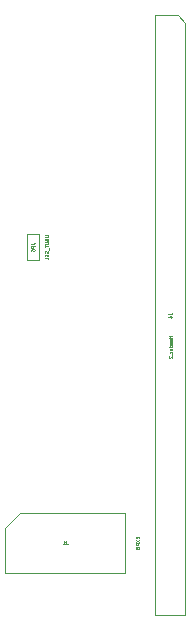
<source format=gbr>
%TF.GenerationSoftware,KiCad,Pcbnew,(6.0.9)*%
%TF.CreationDate,2023-01-07T18:48:54+05:30*%
%TF.ProjectId,Mitayi-Pico-RP2040,4d697461-7969-42d5-9069-636f2d525032,0.5*%
%TF.SameCoordinates,PX825e060PY6d4a840*%
%TF.FileFunction,AssemblyDrawing,Bot*%
%FSLAX46Y46*%
G04 Gerber Fmt 4.6, Leading zero omitted, Abs format (unit mm)*
G04 Created by KiCad (PCBNEW (6.0.9)) date 2023-01-07 18:48:54*
%MOMM*%
%LPD*%
G01*
G04 APERTURE LIST*
%ADD10C,0.050000*%
%ADD11C,0.100000*%
G04 APERTURE END LIST*
D10*
%TO.C,J1*%
X16603571Y6830000D02*
X16603571Y6730000D01*
X16760714Y6687143D02*
X16760714Y6830000D01*
X16460714Y6830000D01*
X16460714Y6687143D01*
X16460714Y6587143D02*
X16760714Y6387143D01*
X16460714Y6387143D02*
X16760714Y6587143D01*
X16760714Y6272858D02*
X16460714Y6272858D01*
X16460714Y6158572D01*
X16475000Y6130000D01*
X16489285Y6115715D01*
X16517857Y6101429D01*
X16560714Y6101429D01*
X16589285Y6115715D01*
X16603571Y6130000D01*
X16617857Y6158572D01*
X16617857Y6272858D01*
X16589285Y5930000D02*
X16575000Y5958572D01*
X16560714Y5972858D01*
X16532142Y5987143D01*
X16517857Y5987143D01*
X16489285Y5972858D01*
X16475000Y5958572D01*
X16460714Y5930000D01*
X16460714Y5872858D01*
X16475000Y5844286D01*
X16489285Y5830000D01*
X16517857Y5815715D01*
X16532142Y5815715D01*
X16560714Y5830000D01*
X16575000Y5844286D01*
X16589285Y5872858D01*
X16589285Y5930000D01*
X16603571Y5958572D01*
X16617857Y5972858D01*
X16646428Y5987143D01*
X16703571Y5987143D01*
X16732142Y5972858D01*
X16746428Y5958572D01*
X16760714Y5930000D01*
X16760714Y5872858D01*
X16746428Y5844286D01*
X16732142Y5830000D01*
X16703571Y5815715D01*
X16646428Y5815715D01*
X16617857Y5830000D01*
X16603571Y5844286D01*
X16589285Y5872858D01*
X10585000Y6494286D02*
X10585000Y6280000D01*
X10599285Y6237143D01*
X10627857Y6208572D01*
X10670714Y6194286D01*
X10699285Y6194286D01*
X10285000Y6194286D02*
X10456428Y6194286D01*
X10370714Y6194286D02*
X10370714Y6494286D01*
X10399285Y6451429D01*
X10427857Y6422858D01*
X10456428Y6408572D01*
%TO.C,JP6*%
X8770714Y32386429D02*
X9013571Y32386429D01*
X9042142Y32372143D01*
X9056428Y32357858D01*
X9070714Y32329286D01*
X9070714Y32272143D01*
X9056428Y32243572D01*
X9042142Y32229286D01*
X9013571Y32215000D01*
X8770714Y32215000D01*
X8913571Y31972143D02*
X8927857Y31929286D01*
X8942142Y31915000D01*
X8970714Y31900715D01*
X9013571Y31900715D01*
X9042142Y31915000D01*
X9056428Y31929286D01*
X9070714Y31957858D01*
X9070714Y32072143D01*
X8770714Y32072143D01*
X8770714Y31972143D01*
X8785000Y31943572D01*
X8799285Y31929286D01*
X8827857Y31915000D01*
X8856428Y31915000D01*
X8885000Y31929286D01*
X8899285Y31943572D01*
X8913571Y31972143D01*
X8913571Y32072143D01*
X8770714Y31772143D02*
X9013571Y31772143D01*
X9042142Y31757858D01*
X9056428Y31743572D01*
X9070714Y31715000D01*
X9070714Y31657858D01*
X9056428Y31629286D01*
X9042142Y31615000D01*
X9013571Y31600715D01*
X8770714Y31600715D01*
X8770714Y31500715D02*
X8770714Y31329286D01*
X9070714Y31415000D02*
X8770714Y31415000D01*
X9099285Y31300715D02*
X9099285Y31072143D01*
X9056428Y31015000D02*
X9070714Y30972143D01*
X9070714Y30900715D01*
X9056428Y30872143D01*
X9042142Y30857858D01*
X9013571Y30843572D01*
X8985000Y30843572D01*
X8956428Y30857858D01*
X8942142Y30872143D01*
X8927857Y30900715D01*
X8913571Y30957858D01*
X8899285Y30986429D01*
X8885000Y31000715D01*
X8856428Y31015000D01*
X8827857Y31015000D01*
X8799285Y31000715D01*
X8785000Y30986429D01*
X8770714Y30957858D01*
X8770714Y30886429D01*
X8785000Y30843572D01*
X8913571Y30715000D02*
X8913571Y30615000D01*
X9070714Y30572143D02*
X9070714Y30715000D01*
X8770714Y30715000D01*
X8770714Y30572143D01*
X9070714Y30300715D02*
X9070714Y30443572D01*
X8770714Y30443572D01*
X7600714Y31615000D02*
X7815000Y31615000D01*
X7857857Y31629286D01*
X7886428Y31657858D01*
X7900714Y31700715D01*
X7900714Y31729286D01*
X7900714Y31472143D02*
X7600714Y31472143D01*
X7600714Y31357858D01*
X7615000Y31329286D01*
X7629285Y31315000D01*
X7657857Y31300715D01*
X7700714Y31300715D01*
X7729285Y31315000D01*
X7743571Y31329286D01*
X7757857Y31357858D01*
X7757857Y31472143D01*
X7600714Y31043572D02*
X7600714Y31100715D01*
X7615000Y31129286D01*
X7629285Y31143572D01*
X7672142Y31172143D01*
X7729285Y31186429D01*
X7843571Y31186429D01*
X7872142Y31172143D01*
X7886428Y31157858D01*
X7900714Y31129286D01*
X7900714Y31072143D01*
X7886428Y31043572D01*
X7872142Y31029286D01*
X7843571Y31015000D01*
X7772142Y31015000D01*
X7743571Y31029286D01*
X7729285Y31043572D01*
X7715000Y31072143D01*
X7715000Y31129286D01*
X7729285Y31157858D01*
X7743571Y31172143D01*
X7772142Y31186429D01*
%TO.C,J4*%
X19545714Y23864286D02*
X19245714Y23864286D01*
X19388571Y23864286D02*
X19388571Y23692858D01*
X19545714Y23692858D02*
X19245714Y23692858D01*
X19531428Y23435715D02*
X19545714Y23464286D01*
X19545714Y23521429D01*
X19531428Y23550000D01*
X19502857Y23564286D01*
X19388571Y23564286D01*
X19360000Y23550000D01*
X19345714Y23521429D01*
X19345714Y23464286D01*
X19360000Y23435715D01*
X19388571Y23421429D01*
X19417142Y23421429D01*
X19445714Y23564286D01*
X19545714Y23164286D02*
X19388571Y23164286D01*
X19360000Y23178572D01*
X19345714Y23207143D01*
X19345714Y23264286D01*
X19360000Y23292858D01*
X19531428Y23164286D02*
X19545714Y23192858D01*
X19545714Y23264286D01*
X19531428Y23292858D01*
X19502857Y23307143D01*
X19474285Y23307143D01*
X19445714Y23292858D01*
X19431428Y23264286D01*
X19431428Y23192858D01*
X19417142Y23164286D01*
X19545714Y22892858D02*
X19245714Y22892858D01*
X19531428Y22892858D02*
X19545714Y22921429D01*
X19545714Y22978572D01*
X19531428Y23007143D01*
X19517142Y23021429D01*
X19488571Y23035715D01*
X19402857Y23035715D01*
X19374285Y23021429D01*
X19360000Y23007143D01*
X19345714Y22978572D01*
X19345714Y22921429D01*
X19360000Y22892858D01*
X19531428Y22635715D02*
X19545714Y22664286D01*
X19545714Y22721429D01*
X19531428Y22750000D01*
X19502857Y22764286D01*
X19388571Y22764286D01*
X19360000Y22750000D01*
X19345714Y22721429D01*
X19345714Y22664286D01*
X19360000Y22635715D01*
X19388571Y22621429D01*
X19417142Y22621429D01*
X19445714Y22764286D01*
X19545714Y22492858D02*
X19345714Y22492858D01*
X19402857Y22492858D02*
X19374285Y22478572D01*
X19360000Y22464286D01*
X19345714Y22435715D01*
X19345714Y22407143D01*
X19574285Y22378572D02*
X19574285Y22150000D01*
X19274285Y22092858D02*
X19260000Y22078572D01*
X19245714Y22050000D01*
X19245714Y21978572D01*
X19260000Y21950000D01*
X19274285Y21935715D01*
X19302857Y21921429D01*
X19331428Y21921429D01*
X19374285Y21935715D01*
X19545714Y22107143D01*
X19545714Y21921429D01*
X19235714Y25670000D02*
X19450000Y25670000D01*
X19492857Y25684286D01*
X19521428Y25712858D01*
X19535714Y25755715D01*
X19535714Y25784286D01*
X19335714Y25398572D02*
X19535714Y25398572D01*
X19221428Y25470000D02*
X19435714Y25541429D01*
X19435714Y25355715D01*
D11*
%TO.C,J1*%
X5405000Y7600000D02*
X5405000Y3790000D01*
X15565000Y8870000D02*
X6675000Y8870000D01*
X6675000Y8870000D02*
X5405000Y7600000D01*
X5405000Y3790000D02*
X15565000Y3790000D01*
X15565000Y3790000D02*
X15565000Y8870000D01*
%TO.C,JP6*%
X8235000Y32465000D02*
X7295000Y32465000D01*
X7295000Y30265000D02*
X8235000Y30265000D01*
X8235000Y30265000D02*
X8235000Y32465000D01*
X7295000Y32465000D02*
X7295000Y30265000D01*
%TO.C,J4*%
X18130000Y50970000D02*
X18130000Y170000D01*
X20670000Y50335000D02*
X20035000Y50970000D01*
X18130000Y170000D02*
X20670000Y170000D01*
X20035000Y50970000D02*
X18130000Y50970000D01*
X20670000Y170000D02*
X20670000Y50335000D01*
%TD*%
M02*

</source>
